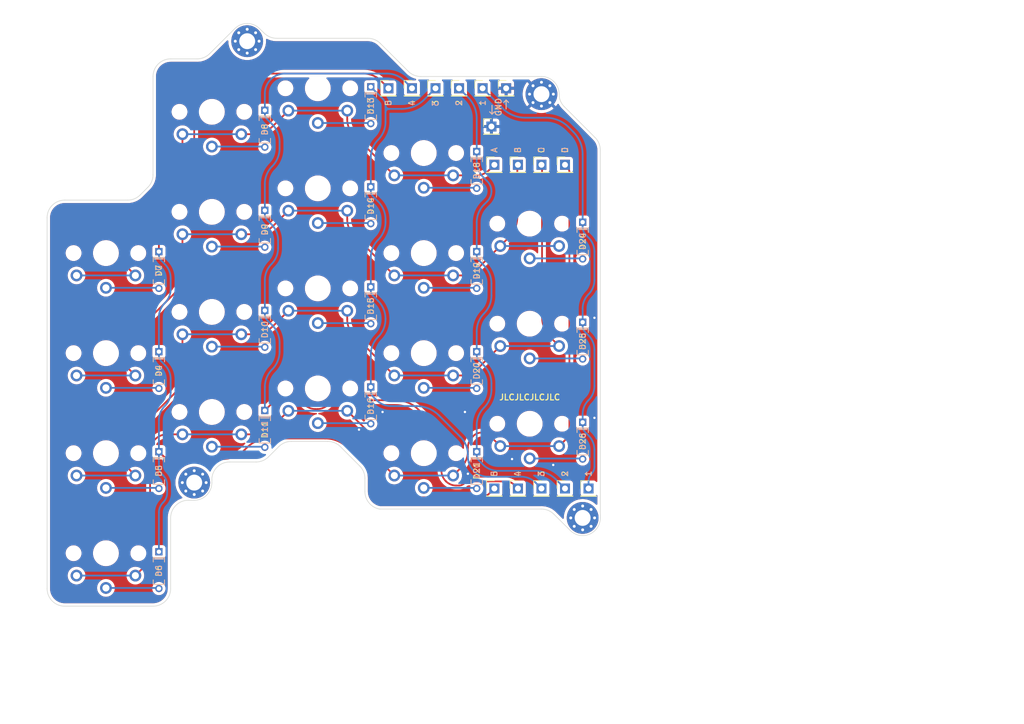
<source format=kicad_pcb>
(kicad_pcb (version 20211014) (generator pcbnew)

  (general
    (thickness 1.6)
  )

  (paper "A4")
  (layers
    (0 "F.Cu" signal)
    (31 "B.Cu" signal)
    (32 "B.Adhes" user "B.Adhesive")
    (33 "F.Adhes" user "F.Adhesive")
    (34 "B.Paste" user)
    (35 "F.Paste" user)
    (36 "B.SilkS" user "B.Silkscreen")
    (37 "F.SilkS" user "F.Silkscreen")
    (38 "B.Mask" user)
    (39 "F.Mask" user)
    (40 "Dwgs.User" user "User.Drawings")
    (41 "Cmts.User" user "User.Comments")
    (42 "Eco1.User" user "User.Eco1")
    (43 "Eco2.User" user "User.Eco2")
    (44 "Edge.Cuts" user)
    (45 "Margin" user)
    (46 "B.CrtYd" user "B.Courtyard")
    (47 "F.CrtYd" user "F.Courtyard")
    (48 "B.Fab" user)
    (49 "F.Fab" user)
    (50 "User.1" user)
    (51 "User.2" user)
    (52 "User.3" user)
    (53 "User.4" user)
    (54 "User.5" user)
    (55 "User.6" user)
    (56 "User.7" user)
    (57 "User.8" user)
    (58 "User.9" user)
  )

  (setup
    (stackup
      (layer "F.SilkS" (type "Top Silk Screen") (color "White"))
      (layer "F.Paste" (type "Top Solder Paste"))
      (layer "F.Mask" (type "Top Solder Mask") (color "Purple") (thickness 0.01))
      (layer "F.Cu" (type "copper") (thickness 0.035))
      (layer "dielectric 1" (type "core") (thickness 1.51) (material "FR4") (epsilon_r 4.5) (loss_tangent 0.02))
      (layer "B.Cu" (type "copper") (thickness 0.035))
      (layer "B.Mask" (type "Bottom Solder Mask") (color "Purple") (thickness 0.01))
      (layer "B.Paste" (type "Bottom Solder Paste"))
      (layer "B.SilkS" (type "Bottom Silk Screen") (color "White"))
      (copper_finish "None")
      (dielectric_constraints no)
    )
    (pad_to_mask_clearance 0)
    (pcbplotparams
      (layerselection 0x00010fc_ffffffff)
      (disableapertmacros false)
      (usegerberextensions false)
      (usegerberattributes true)
      (usegerberadvancedattributes true)
      (creategerberjobfile true)
      (svguseinch false)
      (svgprecision 6)
      (excludeedgelayer true)
      (plotframeref false)
      (viasonmask false)
      (mode 1)
      (useauxorigin false)
      (hpglpennumber 1)
      (hpglpenspeed 20)
      (hpglpendiameter 15.000000)
      (dxfpolygonmode true)
      (dxfimperialunits true)
      (dxfusepcbnewfont true)
      (psnegative false)
      (psa4output false)
      (plotreference true)
      (plotvalue true)
      (plotinvisibletext false)
      (sketchpadsonfab false)
      (subtractmaskfromsilk false)
      (outputformat 1)
      (mirror false)
      (drillshape 1)
      (scaleselection 1)
      (outputdirectory "")
    )
  )

  (net 0 "")
  (net 1 "GND")
  (net 2 "/5")
  (net 3 "Net-(D4-Pad2)")
  (net 4 "Net-(D5-Pad2)")
  (net 5 "Net-(D6-Pad2)")
  (net 6 "/4")
  (net 7 "Net-(D8-Pad2)")
  (net 8 "Net-(D9-Pad2)")
  (net 9 "Net-(D10-Pad2)")
  (net 10 "Net-(D11-Pad2)")
  (net 11 "/3")
  (net 12 "Net-(D13-Pad2)")
  (net 13 "Net-(D14-Pad2)")
  (net 14 "Net-(D15-Pad2)")
  (net 15 "Net-(D16-Pad2)")
  (net 16 "/2")
  (net 17 "Net-(D18-Pad2)")
  (net 18 "Net-(D19-Pad2)")
  (net 19 "Net-(D20-Pad2)")
  (net 20 "Net-(D21-Pad2)")
  (net 21 "/1")
  (net 22 "Net-(D24-Pad2)")
  (net 23 "Net-(D25-Pad2)")
  (net 24 "Net-(D26-Pad2)")
  (net 25 "Net-(D7-Pad2)")
  (net 26 "/B")
  (net 27 "/C")
  (net 28 "/D")
  (net 29 "/A")

  (footprint "resist_the:DIOAD829W49L456D191" (layer "F.Cu") (at 101 41 -90))

  (footprint "MountingHole:MountingHole_2.7mm_M2.5_Pad_Via" (layer "F.Cu") (at 155 107))

  (footprint "Connector_PinHeader_2.54mm:PinHeader_1x01_P2.54mm_Vertical" (layer "F.Cu") (at 152 102))

  (footprint "mbk:Choc-1u-solder-flip" (layer "F.Cu") (at 74 96))

  (footprint "resist_the:DIOAD829W49L456D191" (layer "F.Cu") (at 83 116 -90))

  (footprint "Connector_PinHeader_2.54mm:PinHeader_1x01_P2.54mm_Vertical" (layer "F.Cu") (at 142 34))

  (footprint "mbk:Choc-1u-solder-flip" (layer "F.Cu") (at 128 62))

  (footprint "Connector_PinHeader_2.54mm:PinHeader_1x01_P2.54mm_Vertical" (layer "F.Cu") (at 122 34))

  (footprint "Connector_PinHeader_2.54mm:PinHeader_1x01_P2.54mm_Vertical" (layer "F.Cu") (at 144 47))

  (footprint "mbk:Choc-1u-solder-flip" (layer "F.Cu") (at 92 89))

  (footprint "mbk:Choc-1u-solder-flip" (layer "F.Cu") (at 146 74))

  (footprint "mbk:Choc-1u-solder-flip" (layer "F.Cu") (at 128 45))

  (footprint "resist_the:DIOAD829W49L456D191" (layer "F.Cu") (at 101 92 -90))

  (footprint "mbk:Choc-1u-solder-flip" (layer "F.Cu") (at 128 79))

  (footprint "mbk:Choc-1u-solder-flip" (layer "F.Cu") (at 128 96))

  (footprint "resist_the:DIOAD829W49L456D191" (layer "F.Cu") (at 137 65 -90))

  (footprint "MountingHole:MountingHole_2.7mm_M2.5_Pad_Via" (layer "F.Cu") (at 148 35))

  (footprint "resist_the:DIOAD829W49L456D191" (layer "F.Cu") (at 119 71 -90))

  (footprint "mbk:Choc-1u-solder-flip" (layer "F.Cu") (at 92 55))

  (footprint "resist_the:DIOAD829W49L456D191" (layer "F.Cu") (at 101 75 -90))

  (footprint "Connector_PinHeader_2.54mm:PinHeader_1x01_P2.54mm_Vertical" (layer "F.Cu") (at 156 102))

  (footprint "resist_the:DIOAD829W49L456D191" (layer "F.Cu") (at 119 88 -90))

  (footprint "mbk:Choc-1u-solder-flip" (layer "F.Cu") (at 74 62))

  (footprint "Connector_PinHeader_2.54mm:PinHeader_1x01_P2.54mm_Vertical" (layer "F.Cu") (at 140 47))

  (footprint "Connector_PinHeader_2.54mm:PinHeader_1x01_P2.54mm_Vertical" (layer "F.Cu") (at 148 47))

  (footprint "MountingHole:MountingHole_2.7mm_M2.5_Pad_Via" (layer "F.Cu") (at 89 101))

  (footprint "resist_the:DIOAD829W49L456D191" (layer "F.Cu") (at 101 58 -90))

  (footprint "Connector_PinHeader_2.54mm:PinHeader_1x01_P2.54mm_Vertical" (layer "F.Cu") (at 144 102))

  (footprint "Connector_PinHeader_2.54mm:PinHeader_1x01_P2.54mm_Vertical" (layer "F.Cu") (at 152 47))

  (footprint "MountingHole:MountingHole_2.7mm_M2.5_Pad_Via" (layer "F.Cu") (at 98 26))

  (footprint "Connector_PinHeader_2.54mm:PinHeader_1x01_P2.54mm_Vertical" (layer "F.Cu") (at 134 34))

  (footprint "resist_the:DIOAD829W49L456D191" (layer "F.Cu") (at 155 60 -90))

  (footprint "resist_the:DIOAD829W49L456D191" (layer "F.Cu") (at 155 94 -90))

  (footprint "resist_the:DIOAD829W49L456D191" (layer "F.Cu") (at 119 37 -90))

  (footprint "resist_the:DIOAD829W49L456D191" (layer "F.Cu") (at 137 99 -90))

  (footprint "Connector_PinHeader_2.54mm:PinHeader_1x01_P2.54mm_Vertical" (layer "F.Cu") (at 139.5 40.5))

  (footprint "resist_the:DIOAD829W49L456D191" (layer "F.Cu") (at 137 82 -90))

  (footprint "resist_the:DIOAD829W49L456D191" (layer "F.Cu") (at 119 54 -90))

  (footprint "mbk:Choc-1u-solder-flip" (layer "F.Cu") (at 92 38))

  (footprint "resist_the:DIOAD829W49L456D191" (layer "F.Cu") (at 83 82 -90))

  (footprint "Connector_PinHeader_2.54mm:PinHeader_1x01_P2.54mm_Vertical" (layer "F.Cu") (at 130 34))

  (footprint "resist_the:DIOAD829W49L456D191" (layer "F.Cu")
    (tedit 6235BD20) (tstamp b6d5a133-bda1-431f-9bd7-7e44e74114d3)
    (at 83 99 -90)
    (property "Sheetfile" "matrix.kicad_sch")
    (property "Sheetname" "matrix")
    (path "/d50b0a40-1202-42dd-99f0-7359331afb7e/99dcae49-bd8c-46c3-8a0a-84bf4d5b285c")
    (attr through_hole)
    (fp_text reference "D5" (at 0 0 -90) (layer "F.SilkS")
      (effects (font (size 1.000102 1.000102) (thickness 0.15)))
      (tstamp 5bb33d94-db85-489a-ac92-e581229d6fd1)
    )
    (fp_text value "~" (at 0 2 -90) (layer "F.Fab")
      (effects (font (size 1.001921 1.001921) (thickness 0.15)))
      (tstamp 9e85a0bd-2ea4-4e21-a706-c10811c192c1)
    )
    (fp_text user "${REFERENCE}" (at 0 0 90 unlocked) (layer "B.SilkS")
      (effects (font (size 1.000102 1.000102) (thickness 0.15)) (justify mirror))
      (tstamp b7ffb364-93ba-41bc-880e-c3bee7023836)
    )
    (fp_line (start 2.28 0) (end 2.28 0.95) (layer "B.SilkS") (width 0.127) (tstamp 1ccd23ae-8f92-403a-99d9-8154cc951a79))
    (fp_line (start 2.28 -0.96) (end 1.52 -0.96) (layer "B.SilkS") (width 0.127) (tstamp 332d9a86-e08c-409b-abf8-ea31ed26e0c8))
    (fp_line (start -2.28 0) (end -2.28 0.96) (layer "B.SilkS") (width 0.127) (tstamp 4c840ab8-95f2-43b1-a2ad-1f370e68d709))
    (fp_line (start -2 -0.75) (end -2 0.75) (layer "B.SilkS") (width 0.12) (tstamp 70623c85-dd04-452f-81a0-309bf8a5d118))
    (fp_line (start 2.28 -0.96) (end 2.28 0) (layer "B.SilkS") (width 0.127) (tstamp a099be27-0a1f-4ba2-99d2-f5943e17eb23))
    (fp_line (start -1.52 0.96) (end -2.28 0.96) (layer "B.SilkS") (width 0.127) (tstamp d6915da7-c975-4eca-b35c-230c15009e82))
    (fp_line (start -2.28 -0.95) (end -2.28 0) (layer "B.SilkS") (width 0.127) (tstamp e212507d-8b18-4c6f-b2dd-20ec55fecf3a))
    (fp_line (start 2.28 0.96) (end 1.52 0.96) (layer "B.SilkS") (width 0.127) (tstamp f7154d17-4cb4-4d45-8bc4-fbd10649c676))
    (fp_line (start -1.52 -0.96) (end -2.28 -0.96) (layer "B.SilkS") (width 0.127) (tstamp ffc3ef53-5feb-4fe1-ac80-47c861c7610d))
    (fp_line (start -2.28 -0.96) (end -1.52 -0.96) (layer "F.SilkS") (width 0.127) (tstamp 080ebc12-da4e-4f24-b3ef-5b59cea85f2c))
    (fp_line (start 1.52 -0.96) (end 2.28 -0.96) (layer "F.SilkS") (width 0.127) (tstamp 21e4e437-64c6-45db-9b8c-c67f52a4f417))
    (fp_line (start -2.28 -0.96) (end -2.28 0) (layer "F.SilkS") (width 0.127) (tstamp 36f02c39-775b-4840-a9b7-d0e57ec13cc0))
    (fp_line (start 2.28 0) (end 2.28 0.96) (layer "F.SilkS") (width 0.127) (tstamp 3c5ccc71-b353-429f-a714-d960f51052a6))
    (fp_line (start 2.28 -0.95) (end 2.28 0) (layer "F.SilkS") (width 0.127) (tstamp 47002688-4a69-401e-880e-260a8eed622d))
    (fp_line (start -2.28 0.96) (end -1.52 0.96) (layer "F.SilkS") (width 0.127) (tstamp 4d04def0-c519-4ce4-b0d2-f10163bc8347))
    (fp_line (start -2 -0.75) (end -2 0.75) (layer "F.SilkS") (width 0.12) (tstamp c6a999e4-488e-41ba-8b29-4760fc0b1b9d))
    (fp_line (start 1.52 0.96) (end 2.28 0.96) (layer "F.SilkS") (width 0.127) (tstamp ca747762-c3f5-44ee-aad2-345176ec7dfc))
    (fp_line (start -2.28 0) (end -2.28 0.95) (layer "F.SilkS") (width 0.127) (tstamp ec919632-5508-492d-9af1-515fd5f9d13a))
    (fp_line (start -4 -0.815) (end -4 0.815) (layer "F.CrtYd") (width 0.05) (tstamp 010a6031-4edd-49ee-bc53-55e656a2a41d))
    (fp_line (start -2.53 1) (end -2.53 0.815) (layer "F.CrtYd") (width 0.05) (tstamp 029605f9-3074-46cd-9bbe-0b7157ae90d7))
    (fp_line (start 3.75 -0.815) (end 2.53 -0.815) (layer "F.CrtYd") (width 0.05) (tstamp 46bfaca1-7072-4562-9444-60f9f3ac83ec))
    (fp_line (start -2.53 -1) (end -2.53 -0.815) (layer "F.CrtYd") (width 0.05) (tstamp 4d162fdc-2601-4f2b-9d9c-b58a4fcf53a4))
    (fp_line (start 3.75 0.815) (end 2.53 0.815) (layer "F.CrtYd") (width 0.05) (tstamp 565d24fc-69c1-4e13-b1ad-58095e124139))
    (fp_line (start 2.53 -1) (end 2.53 -0.815) (layer "F.CrtYd") (width 0.05) (tstamp 5ddcce53-43e3-4645-b822-7360f5cd6e27))
    (fp_line (start 2.53 1) (end 2.53 0.815) (layer "F.CrtYd") (width 0.05) (tstamp 7476c36a-c1a7-438a-abc8-a1619676e9cc))
    (fp_line (start 2.53 1) (end -2.53 1) (layer "F.CrtYd") (width 0.05) (tstamp 794a682e-cb27-469b-95c9-b46c78772626))
    (fp_line (start -2.53 -1) (end 2.53 -1) (layer "F.CrtYd") (width 0.05) (tstamp 81336d77-38fa-4743-afbf-90a1e1344873))
    (fp_line (start 3.75 -0.815) (end 3.75 0.815) (layer "F.CrtYd") (width 0.05) (tstamp 923b83d0-c6da-49cc-9f12-f2e27e1ec142))
    (fp_line (start -2.53 0.815) (end -4 0.815) (layer "F.CrtYd") (width 0.05) (tstamp ba5a2b26-d988-43b7-aabe-c708801aac91))
    (fp_line (start -2.53 -0.815) (end -4 -0.815) (layer "F.CrtYd") (width 0.05) (tstamp d5d9f411-28cc-4567-b7fb-a742931e14a5))
    (fp_line (start -2 -0.75) (end -2 0.75) (layer "B.Fab") (width 0.1) (tstamp 87b8d9df-417b-4b65-8fd1-eb2412fac915))
    (fp_line (start 2.28 0) (end 2.28 0.96) (layer "F.Fab") (width 0.127) (tstamp 013e58ce-10df-4588-9ee1-b5410bff3cac))
    (fp_line (start -2.28 -0.96) (end -2.28 0) (layer "F.Fab") (width 0.127) (tstamp 24f546c2-4f34-4a2b-8966-f476f447d746))
    (fp_line (start -2.28 0.96) (end 2.28 0.96) (layer "F.Fab") (width 0.127) (tstamp 30fbd25e-1c08-4010-9632-ebefe075477c))
    (fp_line (start 2.28 0) (end 3.581 0) (layer "F.Fab") (width 0.127) (tstamp 7f75d601-3827-49fa-b150-422ff0309479))
    (fp_line (start 2.28 -0.96) (end 2.28 0) (layer "F.Fab") (width 0.127) (tstamp 94714c2e-3df3-42c4-9181-59ce37ad9cd1))
    (fp_line (start -2.28 0) (end -2.28 0.96) (layer "F.Fab") (width 0.127) (tstamp b72527e2-5742-4854-8c38-8dd13d497c8b))
    (fp_line (start -3.581 0) (end -2.28 0) (layer "F.Fab") (width 0.127) (tstamp bcfbbe3b-8904-4b2
... [1505476 chars truncated]
</source>
